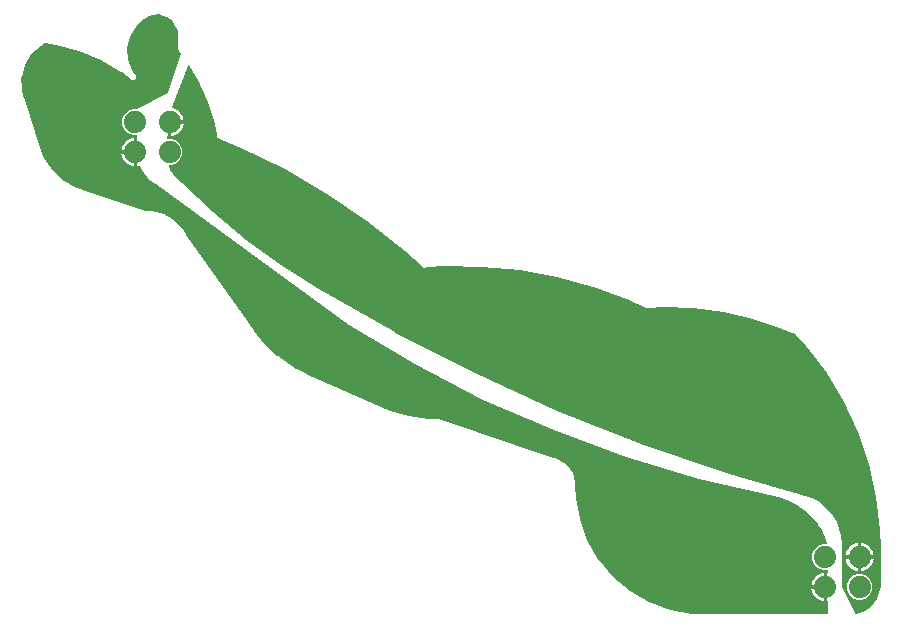
<source format=gtl>
G04 EAGLE Gerber X2 export*
G75*
%MOMM*%
%FSLAX34Y34*%
%LPD*%
%AMOC8*
5,1,8,0,0,1.08239X$1,22.5*%
G01*
%ADD10C,1.879600*%

G36*
X710340Y2831D02*
X710340Y2831D01*
X710346Y2832D01*
X710351Y2832D01*
X710516Y2866D01*
X717471Y5126D01*
X717503Y5142D01*
X717537Y5151D01*
X717683Y5234D01*
X723599Y9532D01*
X723625Y9558D01*
X723655Y9577D01*
X723768Y9701D01*
X728066Y15617D01*
X728082Y15649D01*
X728105Y15676D01*
X728174Y15829D01*
X730434Y22784D01*
X730435Y22790D01*
X730438Y22795D01*
X730469Y22960D01*
X730757Y26616D01*
X730755Y26638D01*
X730759Y26676D01*
X730759Y59472D01*
X730758Y59480D01*
X730759Y59493D01*
X730373Y73644D01*
X730369Y73666D01*
X730369Y73706D01*
X727292Y101839D01*
X727284Y101867D01*
X727279Y101921D01*
X721161Y129553D01*
X721150Y129580D01*
X721138Y129633D01*
X712052Y156437D01*
X712039Y156462D01*
X712021Y156513D01*
X700075Y182170D01*
X700059Y182193D01*
X700036Y182243D01*
X685371Y206448D01*
X685352Y206470D01*
X685324Y206517D01*
X668114Y228984D01*
X668097Y229000D01*
X668074Y229032D01*
X658991Y239072D01*
X658931Y239120D01*
X658878Y239175D01*
X658823Y239206D01*
X658799Y239226D01*
X658774Y239234D01*
X658732Y239259D01*
X647508Y244187D01*
X647487Y244192D01*
X647452Y244208D01*
X623137Y252678D01*
X623110Y252683D01*
X623061Y252700D01*
X597994Y258581D01*
X597966Y258583D01*
X597915Y258595D01*
X572371Y261824D01*
X572343Y261823D01*
X572291Y261830D01*
X546549Y262371D01*
X546527Y262368D01*
X546489Y262370D01*
X534024Y261652D01*
X534000Y261647D01*
X533975Y261648D01*
X533811Y261609D01*
X533264Y261413D01*
X533116Y261483D01*
X533005Y261515D01*
X532894Y261549D01*
X532885Y261550D01*
X532880Y261551D01*
X532859Y261550D01*
X532727Y261554D01*
X532564Y261540D01*
X532115Y261920D01*
X532095Y261932D01*
X532079Y261948D01*
X531934Y262033D01*
X517728Y268385D01*
X517709Y268390D01*
X517682Y268404D01*
X487759Y279495D01*
X487735Y279500D01*
X487696Y279516D01*
X456920Y287957D01*
X456897Y287960D01*
X456856Y287972D01*
X425462Y293699D01*
X425438Y293700D01*
X425396Y293708D01*
X393622Y296678D01*
X393598Y296676D01*
X393556Y296681D01*
X361644Y296870D01*
X361626Y296867D01*
X361595Y296868D01*
X346940Y295995D01*
X346867Y295978D01*
X345619Y295915D01*
X345610Y295913D01*
X345596Y295914D01*
X344552Y295828D01*
X343774Y296531D01*
X343767Y296536D01*
X343757Y296546D01*
X342860Y297308D01*
X342839Y297330D01*
X342825Y297352D01*
X342801Y297372D01*
X342758Y297418D01*
X328258Y310065D01*
X328245Y310073D01*
X328227Y310091D01*
X295924Y335414D01*
X295907Y335424D01*
X295881Y335446D01*
X261891Y358454D01*
X261873Y358462D01*
X261846Y358482D01*
X226333Y379064D01*
X226314Y379071D01*
X226286Y379089D01*
X189424Y397143D01*
X189409Y397147D01*
X189388Y397159D01*
X171331Y404859D01*
X171325Y404861D01*
X171319Y404864D01*
X171206Y404890D01*
X171092Y404918D01*
X171086Y404917D01*
X171080Y404919D01*
X170912Y404910D01*
X170813Y404895D01*
X170284Y405277D01*
X170277Y405281D01*
X170272Y405286D01*
X170124Y405366D01*
X169519Y405612D01*
X169469Y405731D01*
X169469Y405732D01*
X169410Y405824D01*
X169338Y405939D01*
X169338Y405940D01*
X169337Y405940D01*
X169214Y406052D01*
X169108Y406128D01*
X169005Y406773D01*
X169002Y406780D01*
X169002Y406788D01*
X168954Y406949D01*
X168700Y407551D01*
X168728Y407620D01*
X168731Y407632D01*
X168737Y407643D01*
X168758Y407751D01*
X168783Y407860D01*
X168781Y407872D01*
X168784Y407884D01*
X168770Y408051D01*
X167030Y417009D01*
X167021Y417033D01*
X167013Y417081D01*
X161296Y436236D01*
X161282Y436264D01*
X161262Y436329D01*
X153094Y454574D01*
X153076Y454601D01*
X153047Y454662D01*
X145458Y466991D01*
X145442Y467009D01*
X145431Y467031D01*
X145362Y467102D01*
X145297Y467177D01*
X145276Y467189D01*
X145259Y467206D01*
X145170Y467251D01*
X145085Y467302D01*
X145061Y467307D01*
X145039Y467318D01*
X144941Y467332D01*
X144844Y467352D01*
X144820Y467350D01*
X144796Y467353D01*
X144698Y467335D01*
X144600Y467324D01*
X144578Y467313D01*
X144554Y467309D01*
X144467Y467261D01*
X144377Y467219D01*
X144360Y467202D01*
X144339Y467190D01*
X144271Y467117D01*
X144200Y467048D01*
X144189Y467027D01*
X144173Y467009D01*
X144097Y466859D01*
X130938Y431770D01*
X130920Y431676D01*
X130894Y431583D01*
X130896Y431556D01*
X130890Y431529D01*
X130903Y431434D01*
X130908Y431337D01*
X130918Y431312D01*
X130922Y431285D01*
X130964Y431199D01*
X131000Y431109D01*
X131018Y431088D01*
X131029Y431064D01*
X131097Y430995D01*
X131159Y430922D01*
X131183Y430908D01*
X131202Y430889D01*
X131288Y430845D01*
X131370Y430796D01*
X131403Y430787D01*
X131421Y430778D01*
X131454Y430773D01*
X131532Y430751D01*
X131574Y430745D01*
X133361Y430164D01*
X135035Y429311D01*
X136556Y428206D01*
X137884Y426878D01*
X138989Y425357D01*
X139842Y423683D01*
X140423Y421896D01*
X140624Y420623D01*
X129540Y420623D01*
X129520Y420620D01*
X129501Y420622D01*
X129399Y420600D01*
X129297Y420583D01*
X129280Y420574D01*
X129260Y420570D01*
X129171Y420517D01*
X129080Y420468D01*
X129066Y420454D01*
X129049Y420444D01*
X128982Y420365D01*
X128911Y420290D01*
X128902Y420272D01*
X128889Y420257D01*
X128851Y420161D01*
X128807Y420067D01*
X128805Y420047D01*
X128797Y420029D01*
X128779Y419862D01*
X128779Y419099D01*
X128016Y419099D01*
X127996Y419096D01*
X127977Y419098D01*
X127875Y419076D01*
X127773Y419059D01*
X127756Y419050D01*
X127736Y419046D01*
X127647Y418993D01*
X127556Y418944D01*
X127542Y418930D01*
X127525Y418920D01*
X127458Y418841D01*
X127387Y418766D01*
X127378Y418748D01*
X127365Y418733D01*
X127326Y418637D01*
X127283Y418543D01*
X127281Y418523D01*
X127273Y418505D01*
X127255Y418338D01*
X127255Y407254D01*
X127119Y407275D01*
X127040Y407275D01*
X126961Y407284D01*
X126917Y407274D01*
X126873Y407274D01*
X126798Y407248D01*
X126720Y407231D01*
X126682Y407209D01*
X126640Y407194D01*
X126577Y407146D01*
X126509Y407105D01*
X126480Y407071D01*
X126445Y407045D01*
X126401Y406979D01*
X126349Y406918D01*
X126333Y406877D01*
X126308Y406841D01*
X126287Y406764D01*
X126257Y406690D01*
X126251Y406632D01*
X126243Y406603D01*
X126245Y406576D01*
X126239Y406523D01*
X126239Y405384D01*
X126242Y405364D01*
X126240Y405345D01*
X126262Y405243D01*
X126279Y405141D01*
X126288Y405124D01*
X126292Y405104D01*
X126345Y405015D01*
X126394Y404924D01*
X126408Y404910D01*
X126418Y404893D01*
X126497Y404826D01*
X126572Y404754D01*
X126590Y404746D01*
X126605Y404733D01*
X126701Y404694D01*
X126795Y404651D01*
X126815Y404649D01*
X126833Y404641D01*
X127000Y404623D01*
X130951Y404623D01*
X134965Y402960D01*
X138038Y399887D01*
X139701Y395873D01*
X139701Y391527D01*
X138038Y387513D01*
X134965Y384440D01*
X130951Y382777D01*
X128988Y382777D01*
X128970Y382774D01*
X128951Y382776D01*
X128849Y382754D01*
X128745Y382738D01*
X128729Y382729D01*
X128711Y382725D01*
X128620Y382671D01*
X128528Y382622D01*
X128515Y382609D01*
X128499Y382600D01*
X128431Y382520D01*
X128358Y382444D01*
X128351Y382427D01*
X128339Y382413D01*
X128299Y382316D01*
X128255Y382221D01*
X128253Y382203D01*
X128246Y382186D01*
X128239Y382081D01*
X128228Y381977D01*
X128232Y381959D01*
X128230Y381940D01*
X128265Y381776D01*
X128503Y381061D01*
X128518Y381032D01*
X128544Y380961D01*
X130435Y377179D01*
X130454Y377153D01*
X130491Y377086D01*
X132901Y373612D01*
X132924Y373589D01*
X132969Y373528D01*
X135850Y370433D01*
X135876Y370413D01*
X135930Y370359D01*
X139199Y367726D01*
X165505Y342762D01*
X165521Y342752D01*
X165543Y342729D01*
X193450Y319519D01*
X193466Y319509D01*
X193489Y319488D01*
X222855Y298153D01*
X222871Y298145D01*
X222896Y298125D01*
X253594Y278756D01*
X253605Y278751D01*
X253622Y278739D01*
X319677Y240896D01*
X319690Y240891D01*
X319709Y240879D01*
X387490Y206223D01*
X387503Y206218D01*
X387522Y206207D01*
X456876Y174816D01*
X456890Y174812D01*
X456910Y174801D01*
X527679Y146747D01*
X527693Y146744D01*
X527713Y146734D01*
X599737Y122079D01*
X599751Y122077D01*
X599772Y122068D01*
X672798Y100895D01*
X677932Y97900D01*
X682676Y94244D01*
X686911Y90009D01*
X690567Y85266D01*
X693584Y80092D01*
X695913Y74574D01*
X697514Y68803D01*
X698361Y62874D01*
X698440Y56886D01*
X697744Y50888D01*
X697745Y50858D01*
X697739Y50800D01*
X697739Y25400D01*
X697754Y25309D01*
X697761Y25217D01*
X697775Y25180D01*
X697779Y25157D01*
X697794Y25129D01*
X697819Y25060D01*
X708757Y3183D01*
X708827Y3086D01*
X708897Y2988D01*
X708900Y2986D01*
X708901Y2984D01*
X709000Y2913D01*
X709096Y2844D01*
X709099Y2843D01*
X709102Y2841D01*
X709217Y2805D01*
X709330Y2770D01*
X709334Y2770D01*
X709337Y2769D01*
X709348Y2769D01*
X709498Y2765D01*
X710340Y2831D01*
G37*
G36*
X685820Y2544D02*
X685820Y2544D01*
X685839Y2542D01*
X685941Y2564D01*
X686043Y2580D01*
X686060Y2590D01*
X686080Y2594D01*
X686169Y2647D01*
X686260Y2696D01*
X686274Y2710D01*
X686291Y2720D01*
X686358Y2799D01*
X686430Y2874D01*
X686438Y2892D01*
X686451Y2907D01*
X686490Y3003D01*
X686533Y3097D01*
X686535Y3117D01*
X686543Y3135D01*
X686561Y3302D01*
X686561Y12823D01*
X686548Y12902D01*
X686545Y12981D01*
X686529Y13022D01*
X686522Y13066D01*
X686484Y13136D01*
X686455Y13210D01*
X686427Y13244D01*
X686406Y13283D01*
X686349Y13338D01*
X686298Y13399D01*
X686260Y13422D01*
X686228Y13453D01*
X686156Y13486D01*
X686088Y13528D01*
X686045Y13538D01*
X686005Y13556D01*
X685926Y13565D01*
X685848Y13583D01*
X685790Y13580D01*
X685761Y13584D01*
X685733Y13578D01*
X685681Y13575D01*
X685545Y13554D01*
X685545Y24638D01*
X685543Y24649D01*
X685544Y24656D01*
X685543Y24664D01*
X685544Y24677D01*
X685522Y24779D01*
X685505Y24881D01*
X685496Y24898D01*
X685492Y24918D01*
X685439Y25007D01*
X685390Y25098D01*
X685376Y25112D01*
X685366Y25129D01*
X685287Y25196D01*
X685212Y25267D01*
X685194Y25276D01*
X685179Y25289D01*
X685083Y25327D01*
X684989Y25371D01*
X684969Y25373D01*
X684951Y25381D01*
X684784Y25399D01*
X684021Y25399D01*
X684021Y25401D01*
X684784Y25401D01*
X684804Y25404D01*
X684823Y25402D01*
X684925Y25424D01*
X685027Y25441D01*
X685044Y25450D01*
X685064Y25454D01*
X685153Y25507D01*
X685244Y25556D01*
X685258Y25570D01*
X685275Y25580D01*
X685342Y25659D01*
X685413Y25734D01*
X685422Y25752D01*
X685435Y25767D01*
X685474Y25863D01*
X685517Y25957D01*
X685519Y25977D01*
X685527Y25995D01*
X685545Y26162D01*
X685545Y37246D01*
X685681Y37225D01*
X685760Y37225D01*
X685839Y37216D01*
X685883Y37226D01*
X685927Y37226D01*
X686002Y37252D01*
X686080Y37269D01*
X686118Y37291D01*
X686160Y37306D01*
X686223Y37354D01*
X686291Y37395D01*
X686320Y37428D01*
X686355Y37455D01*
X686399Y37521D01*
X686451Y37582D01*
X686467Y37623D01*
X686492Y37659D01*
X686513Y37736D01*
X686543Y37810D01*
X686549Y37868D01*
X686557Y37897D01*
X686555Y37924D01*
X686561Y37977D01*
X686561Y39116D01*
X686558Y39136D01*
X686560Y39155D01*
X686538Y39257D01*
X686522Y39359D01*
X686512Y39376D01*
X686508Y39396D01*
X686455Y39485D01*
X686406Y39576D01*
X686392Y39590D01*
X686382Y39607D01*
X686303Y39674D01*
X686228Y39746D01*
X686210Y39754D01*
X686195Y39767D01*
X686099Y39806D01*
X686005Y39849D01*
X685985Y39851D01*
X685967Y39859D01*
X685800Y39877D01*
X681849Y39877D01*
X677835Y41540D01*
X674762Y44613D01*
X673099Y48627D01*
X673099Y52973D01*
X674762Y56987D01*
X677835Y60060D01*
X681849Y61723D01*
X684348Y61723D01*
X684358Y61724D01*
X684367Y61723D01*
X684479Y61744D01*
X684591Y61762D01*
X684599Y61767D01*
X684609Y61769D01*
X684708Y61824D01*
X684808Y61878D01*
X684815Y61885D01*
X684823Y61889D01*
X684899Y61973D01*
X684978Y62056D01*
X684982Y62065D01*
X684988Y62072D01*
X685033Y62176D01*
X685081Y62279D01*
X685082Y62289D01*
X685086Y62297D01*
X685096Y62411D01*
X685108Y62523D01*
X685106Y62533D01*
X685107Y62543D01*
X685076Y62707D01*
X683477Y67918D01*
X683463Y67945D01*
X683445Y68003D01*
X681116Y73261D01*
X681100Y73286D01*
X681075Y73341D01*
X678138Y78285D01*
X678119Y78308D01*
X678087Y78360D01*
X674584Y82919D01*
X674562Y82940D01*
X674552Y82953D01*
X674546Y82963D01*
X674540Y82968D01*
X674525Y82987D01*
X670505Y87098D01*
X670480Y87116D01*
X670437Y87159D01*
X665957Y90763D01*
X665932Y90777D01*
X665890Y90811D01*
X659989Y94586D01*
X659965Y94596D01*
X659925Y94623D01*
X653685Y97805D01*
X653660Y97813D01*
X653617Y97836D01*
X647097Y100396D01*
X647071Y100401D01*
X647027Y100419D01*
X640288Y102332D01*
X640274Y102334D01*
X640253Y102341D01*
X577027Y117057D01*
X514852Y135637D01*
X453940Y158015D01*
X394525Y184107D01*
X336831Y213814D01*
X281090Y247016D01*
X117288Y366375D01*
X117287Y366376D01*
X117285Y366377D01*
X113422Y369164D01*
X110015Y372418D01*
X107085Y376108D01*
X104689Y380164D01*
X104015Y381774D01*
X103955Y381870D01*
X103899Y381965D01*
X103891Y381973D01*
X103884Y381983D01*
X103798Y382054D01*
X103714Y382127D01*
X103703Y382132D01*
X103694Y382139D01*
X103590Y382179D01*
X103487Y382222D01*
X103475Y382222D01*
X103464Y382227D01*
X103353Y382231D01*
X103241Y382239D01*
X103228Y382236D01*
X103219Y382236D01*
X103193Y382228D01*
X103077Y382205D01*
X102618Y382055D01*
X101345Y381854D01*
X101345Y391622D01*
X101340Y391652D01*
X101340Y391714D01*
X101179Y393030D01*
X101152Y393123D01*
X101131Y393218D01*
X101117Y393241D01*
X101110Y393266D01*
X101055Y393346D01*
X101005Y393429D01*
X100985Y393446D01*
X100969Y393468D01*
X100892Y393526D01*
X100818Y393589D01*
X100793Y393599D01*
X100772Y393615D01*
X100680Y393644D01*
X100590Y393681D01*
X100557Y393684D01*
X100538Y393690D01*
X100505Y393690D01*
X100423Y393699D01*
X99821Y393699D01*
X99821Y393701D01*
X100330Y393701D01*
X100350Y393704D01*
X100369Y393702D01*
X100471Y393724D01*
X100573Y393741D01*
X100590Y393750D01*
X100610Y393754D01*
X100699Y393807D01*
X100790Y393856D01*
X100804Y393870D01*
X100821Y393880D01*
X100888Y393959D01*
X100960Y394034D01*
X100968Y394052D01*
X100981Y394067D01*
X101020Y394163D01*
X101063Y394257D01*
X101065Y394277D01*
X101073Y394295D01*
X101091Y394462D01*
X101091Y407416D01*
X101088Y407436D01*
X101090Y407455D01*
X101068Y407557D01*
X101052Y407659D01*
X101042Y407676D01*
X101038Y407696D01*
X100985Y407785D01*
X100936Y407876D01*
X100922Y407890D01*
X100912Y407907D01*
X100833Y407974D01*
X100758Y408046D01*
X100740Y408054D01*
X100725Y408067D01*
X100629Y408106D01*
X100535Y408149D01*
X100515Y408151D01*
X100497Y408159D01*
X100330Y408177D01*
X97649Y408177D01*
X93635Y409840D01*
X90562Y412913D01*
X88899Y416927D01*
X88899Y421273D01*
X90562Y425287D01*
X93635Y428360D01*
X97649Y430023D01*
X100815Y430023D01*
X100913Y430039D01*
X101012Y430049D01*
X101040Y430060D01*
X101058Y430062D01*
X101087Y430078D01*
X101168Y430110D01*
X127353Y443826D01*
X127420Y443876D01*
X127493Y443920D01*
X127518Y443950D01*
X127550Y443974D01*
X127597Y444043D01*
X127652Y444107D01*
X127674Y444154D01*
X127689Y444176D01*
X127697Y444205D01*
X127722Y444259D01*
X138477Y476524D01*
X138483Y476563D01*
X138498Y476599D01*
X138503Y476683D01*
X138516Y476767D01*
X138510Y476805D01*
X138512Y476844D01*
X138490Y476926D01*
X138476Y477009D01*
X138457Y477044D01*
X138447Y477082D01*
X138361Y477225D01*
X136573Y479577D01*
X136549Y479600D01*
X136493Y479667D01*
X135908Y480227D01*
X135908Y480230D01*
X135884Y480306D01*
X135870Y480384D01*
X135848Y480423D01*
X135835Y480465D01*
X135793Y480530D01*
X135882Y481386D01*
X135880Y481417D01*
X135885Y481480D01*
X135574Y495727D01*
X135571Y495743D01*
X135572Y495759D01*
X135543Y495924D01*
X134743Y498663D01*
X134736Y498677D01*
X134734Y498692D01*
X134663Y498845D01*
X131509Y504035D01*
X131477Y504072D01*
X131453Y504115D01*
X131365Y504204D01*
X131349Y504222D01*
X131343Y504226D01*
X131335Y504234D01*
X126597Y508034D01*
X126554Y508058D01*
X126517Y508090D01*
X126403Y508143D01*
X126382Y508154D01*
X126375Y508156D01*
X126365Y508161D01*
X120613Y510112D01*
X120565Y510120D01*
X120519Y510137D01*
X120394Y510148D01*
X120371Y510152D01*
X120363Y510151D01*
X120352Y510152D01*
X114280Y510019D01*
X114265Y510016D01*
X114249Y510018D01*
X114084Y509989D01*
X111313Y509181D01*
X111298Y509174D01*
X111282Y509172D01*
X111130Y509101D01*
X107183Y506699D01*
X107180Y506697D01*
X107052Y506598D01*
X100141Y499968D01*
X100125Y499947D01*
X100104Y499930D01*
X100006Y499794D01*
X95288Y491460D01*
X95278Y491435D01*
X95263Y491413D01*
X95208Y491254D01*
X93078Y481918D01*
X93076Y481891D01*
X93068Y481865D01*
X93060Y481698D01*
X93698Y472142D01*
X93704Y472116D01*
X93703Y472089D01*
X93744Y471926D01*
X97095Y462955D01*
X97097Y462951D01*
X97170Y462807D01*
X99597Y459066D01*
X99627Y459034D01*
X99648Y458997D01*
X99755Y458893D01*
X99763Y458884D01*
X99765Y458883D01*
X99768Y458880D01*
X100181Y458559D01*
X100202Y458394D01*
X100234Y458284D01*
X100264Y458172D01*
X100269Y458164D01*
X100271Y458158D01*
X100283Y458140D01*
X100350Y458028D01*
X100451Y457895D01*
X100366Y457282D01*
X100367Y457267D01*
X100363Y457252D01*
X100365Y457084D01*
X100441Y456470D01*
X100339Y456339D01*
X100284Y456237D01*
X100227Y456138D01*
X100225Y456128D01*
X100222Y456123D01*
X100218Y456101D01*
X100186Y455975D01*
X100163Y455810D01*
X99670Y455437D01*
X99659Y455426D01*
X99646Y455418D01*
X99529Y455297D01*
X99149Y454809D01*
X98984Y454788D01*
X98874Y454756D01*
X98762Y454726D01*
X98754Y454721D01*
X98748Y454719D01*
X98730Y454707D01*
X98618Y454640D01*
X98485Y454539D01*
X97872Y454624D01*
X97857Y454623D01*
X97842Y454627D01*
X97674Y454625D01*
X97060Y454549D01*
X96929Y454651D01*
X96827Y454706D01*
X96728Y454763D01*
X96718Y454765D01*
X96713Y454768D01*
X96691Y454772D01*
X96565Y454804D01*
X96400Y454827D01*
X96056Y455281D01*
X96036Y455300D01*
X96021Y455324D01*
X95897Y455437D01*
X88117Y461093D01*
X88094Y461105D01*
X88055Y461134D01*
X70803Y471252D01*
X70774Y471263D01*
X70714Y471296D01*
X52290Y479076D01*
X52259Y479083D01*
X52196Y479108D01*
X32914Y484416D01*
X32887Y484419D01*
X32841Y484432D01*
X24023Y485950D01*
X23970Y485951D01*
X23917Y485961D01*
X23847Y485952D01*
X23777Y485952D01*
X23726Y485936D01*
X23673Y485929D01*
X23570Y485884D01*
X23543Y485876D01*
X23535Y485869D01*
X23519Y485863D01*
X19790Y483756D01*
X19785Y483751D01*
X19657Y483660D01*
X11885Y476699D01*
X11869Y476679D01*
X11848Y476663D01*
X11745Y476531D01*
X6271Y467649D01*
X6261Y467625D01*
X6246Y467604D01*
X6185Y467448D01*
X3461Y457377D01*
X3458Y457351D01*
X3449Y457327D01*
X3435Y457160D01*
X3686Y446729D01*
X3687Y446722D01*
X3707Y446566D01*
X4951Y441489D01*
X4958Y441472D01*
X4963Y441443D01*
X4969Y441426D01*
X4970Y441423D01*
X4971Y441419D01*
X5352Y440237D01*
X5353Y440216D01*
X5363Y440186D01*
X5375Y440122D01*
X19637Y394408D01*
X19651Y394380D01*
X19673Y394316D01*
X22336Y388546D01*
X22353Y388520D01*
X22402Y388430D01*
X29720Y377904D01*
X29724Y377900D01*
X29726Y377896D01*
X29838Y377771D01*
X39393Y369223D01*
X39397Y369221D01*
X39400Y369217D01*
X39538Y369121D01*
X50811Y363016D01*
X50840Y363006D01*
X50933Y362963D01*
X55906Y361309D01*
X55942Y361303D01*
X57119Y360911D01*
X57136Y360908D01*
X57162Y360898D01*
X58139Y360635D01*
X58197Y360599D01*
X58250Y360554D01*
X58319Y360522D01*
X58347Y360505D01*
X58368Y360499D01*
X58402Y360484D01*
X108614Y343764D01*
X108651Y343758D01*
X108687Y343744D01*
X108853Y343725D01*
X113560Y343718D01*
X123678Y340991D01*
X132746Y335738D01*
X140145Y328317D01*
X142682Y323909D01*
X142698Y323889D01*
X142720Y323849D01*
X199425Y243614D01*
X200214Y242497D01*
X200223Y242488D01*
X200234Y242470D01*
X206188Y234799D01*
X206212Y234777D01*
X206256Y234722D01*
X220098Y221126D01*
X220123Y221108D01*
X220203Y221040D01*
X236246Y210127D01*
X236275Y210113D01*
X236334Y210075D01*
X245022Y205738D01*
X245035Y205734D01*
X245053Y205724D01*
X246038Y205286D01*
X246303Y205168D01*
X308022Y177737D01*
X308032Y177735D01*
X308046Y177727D01*
X315568Y174693D01*
X315595Y174687D01*
X315643Y174668D01*
X331229Y170206D01*
X331261Y170202D01*
X331333Y170184D01*
X347388Y167931D01*
X347416Y167931D01*
X347467Y167924D01*
X354845Y167667D01*
X354949Y167680D01*
X355054Y167688D01*
X355075Y167696D01*
X355089Y167698D01*
X355117Y167712D01*
X355212Y167747D01*
X355405Y167843D01*
X355895Y167680D01*
X355933Y167674D01*
X355969Y167659D01*
X356136Y167641D01*
X356652Y167641D01*
X356845Y167448D01*
X356920Y167394D01*
X356991Y167334D01*
X357027Y167317D01*
X357045Y167304D01*
X357076Y167295D01*
X357143Y167264D01*
X453824Y135037D01*
X455122Y134604D01*
X458904Y133343D01*
X465329Y128620D01*
X469991Y122151D01*
X472441Y114563D01*
X472441Y110576D01*
X472443Y110563D01*
X472441Y110542D01*
X472850Y101193D01*
X472856Y101162D01*
X472861Y101094D01*
X476108Y82679D01*
X476118Y82649D01*
X476142Y82551D01*
X482537Y64979D01*
X482553Y64952D01*
X482593Y64859D01*
X491943Y48665D01*
X491963Y48641D01*
X492019Y48557D01*
X504039Y34232D01*
X504062Y34212D01*
X504132Y34139D01*
X518457Y22119D01*
X518484Y22103D01*
X518565Y22043D01*
X534759Y12693D01*
X534788Y12682D01*
X534879Y12637D01*
X552451Y6242D01*
X552482Y6236D01*
X552579Y6208D01*
X570994Y2961D01*
X571026Y2960D01*
X571093Y2950D01*
X580442Y2541D01*
X580455Y2543D01*
X580476Y2541D01*
X685800Y2541D01*
X685820Y2544D01*
G37*
%LPC*%
G36*
X710805Y14477D02*
X710805Y14477D01*
X706791Y16140D01*
X703718Y19213D01*
X702055Y23227D01*
X702055Y27573D01*
X703718Y31587D01*
X706791Y34660D01*
X710805Y36323D01*
X715151Y36323D01*
X719165Y34660D01*
X722238Y31587D01*
X723901Y27573D01*
X723901Y23227D01*
X722238Y19213D01*
X719165Y16140D01*
X715151Y14477D01*
X710805Y14477D01*
G37*
%LPD*%
%LPC*%
G36*
X714501Y52323D02*
X714501Y52323D01*
X714501Y62646D01*
X715774Y62445D01*
X717561Y61864D01*
X719235Y61011D01*
X720756Y59906D01*
X722084Y58578D01*
X723189Y57057D01*
X724042Y55383D01*
X724623Y53596D01*
X724824Y52323D01*
X714501Y52323D01*
G37*
%LPD*%
%LPC*%
G36*
X130301Y417577D02*
X130301Y417577D01*
X140624Y417577D01*
X140423Y416304D01*
X139842Y414517D01*
X138989Y412843D01*
X137884Y411322D01*
X136556Y409994D01*
X135035Y408889D01*
X133361Y408036D01*
X131574Y407455D01*
X130301Y407254D01*
X130301Y417577D01*
G37*
%LPD*%
%LPC*%
G36*
X87976Y395223D02*
X87976Y395223D01*
X88177Y396496D01*
X88758Y398283D01*
X89611Y399957D01*
X90716Y401478D01*
X92044Y402806D01*
X93565Y403911D01*
X95239Y404764D01*
X97026Y405345D01*
X98299Y405546D01*
X98299Y395223D01*
X87976Y395223D01*
G37*
%LPD*%
%LPC*%
G36*
X701132Y52323D02*
X701132Y52323D01*
X701333Y53596D01*
X701914Y55383D01*
X702767Y57057D01*
X703872Y58578D01*
X705200Y59906D01*
X706721Y61011D01*
X708395Y61864D01*
X710182Y62445D01*
X711455Y62646D01*
X711455Y52323D01*
X701132Y52323D01*
G37*
%LPD*%
%LPC*%
G36*
X714501Y49277D02*
X714501Y49277D01*
X724824Y49277D01*
X724623Y48004D01*
X724042Y46217D01*
X723189Y44543D01*
X722084Y43022D01*
X720756Y41694D01*
X719235Y40589D01*
X717561Y39736D01*
X715774Y39155D01*
X714501Y38954D01*
X714501Y49277D01*
G37*
%LPD*%
%LPC*%
G36*
X672176Y26923D02*
X672176Y26923D01*
X672377Y28196D01*
X672958Y29983D01*
X673811Y31657D01*
X674916Y33178D01*
X676244Y34506D01*
X677765Y35611D01*
X679439Y36464D01*
X681226Y37045D01*
X682499Y37246D01*
X682499Y26923D01*
X672176Y26923D01*
G37*
%LPD*%
%LPC*%
G36*
X97026Y382055D02*
X97026Y382055D01*
X95239Y382636D01*
X93565Y383489D01*
X92044Y384594D01*
X90716Y385922D01*
X89611Y387443D01*
X88758Y389117D01*
X88177Y390904D01*
X87976Y392177D01*
X98299Y392177D01*
X98299Y381854D01*
X97026Y382055D01*
G37*
%LPD*%
%LPC*%
G36*
X710182Y39155D02*
X710182Y39155D01*
X708395Y39736D01*
X706721Y40589D01*
X705200Y41694D01*
X703872Y43022D01*
X702767Y44543D01*
X701914Y46217D01*
X701333Y48004D01*
X701132Y49277D01*
X711455Y49277D01*
X711455Y38954D01*
X710182Y39155D01*
G37*
%LPD*%
%LPC*%
G36*
X681226Y13755D02*
X681226Y13755D01*
X679439Y14336D01*
X677765Y15189D01*
X676244Y16294D01*
X674916Y17622D01*
X673811Y19143D01*
X672958Y20817D01*
X672377Y22604D01*
X672176Y23877D01*
X682499Y23877D01*
X682499Y13554D01*
X681226Y13755D01*
G37*
%LPD*%
%LPC*%
G36*
X712977Y50799D02*
X712977Y50799D01*
X712977Y50801D01*
X712979Y50801D01*
X712979Y50799D01*
X712977Y50799D01*
G37*
%LPD*%
D10*
X684022Y50800D03*
X712978Y50800D03*
X684022Y25400D03*
X712978Y25400D03*
X99822Y419100D03*
X128778Y419100D03*
X99822Y393700D03*
X128778Y393700D03*
M02*

</source>
